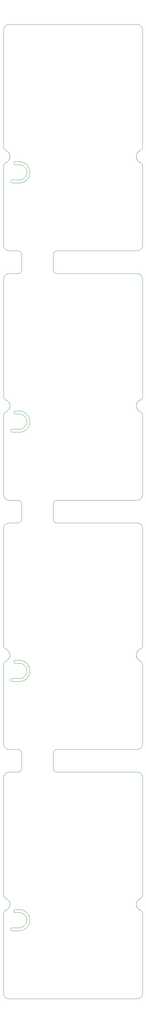
<source format=gko>
%MOIN*%
%OFA0B0*%
%FSLAX44Y44*%
%IPPOS*%
%LPD*%
%ADD10C,0*%
D10*
X00000905Y00085042D02*
X00000905Y00085042D01*
X00000870Y00085046D01*
X00000837Y00085058D01*
X00000807Y00085076D01*
X00000782Y00085101D01*
X00000763Y00085131D01*
X00000751Y00085164D01*
X00000748Y00085199D01*
X00000751Y00085235D01*
X00000763Y00085268D01*
X00000782Y00085298D01*
X00000807Y00085323D01*
X00000837Y00085341D01*
X00000870Y00085353D01*
X00000905Y00085357D01*
X00000905Y00085357D01*
X00001653Y00085357D01*
X00001828Y00085377D01*
X00001995Y00085435D01*
X00002144Y00085529D01*
X00002269Y00085653D01*
X00002362Y00085803D01*
X00002421Y00085969D01*
X00002440Y00086144D01*
X00002421Y00086320D01*
X00002362Y00086486D01*
X00002269Y00086635D01*
X00002144Y00086760D01*
X00001995Y00086854D01*
X00001828Y00086912D01*
X00001653Y00086932D01*
X00001220Y00086932D01*
X00001185Y00086936D01*
X00001152Y00086947D01*
X00001122Y00086966D01*
X00001097Y00086991D01*
X00001078Y00087021D01*
X00001066Y00087054D01*
X00001062Y00087089D01*
X00001066Y00087124D01*
X00001078Y00087158D01*
X00001097Y00087187D01*
X00001122Y00087212D01*
X00001152Y00087231D01*
X00001185Y00087243D01*
X00001220Y00087247D01*
X00001653Y00087247D01*
X00001817Y00087234D01*
X00001978Y00087198D01*
X00002131Y00087138D01*
X00002274Y00087055D01*
X00002403Y00086952D01*
X00002515Y00086832D01*
X00002608Y00086696D01*
X00002679Y00086547D01*
X00002728Y00086390D01*
X00002752Y00086227D01*
X00002752Y00086062D01*
X00002728Y00085899D01*
X00002679Y00085742D01*
X00002608Y00085593D01*
X00002515Y00085457D01*
X00002403Y00085336D01*
X00002274Y00085234D01*
X00002131Y00085151D01*
X00001978Y00085091D01*
X00001817Y00085054D01*
X00001653Y00085042D01*
X00000905Y00085042D01*
X00000905Y00059058D02*
X00000905Y00059058D01*
X00000870Y00059062D01*
X00000837Y00059073D01*
X00000807Y00059092D01*
X00000782Y00059117D01*
X00000763Y00059147D01*
X00000751Y00059180D01*
X00000748Y00059215D01*
X00000751Y00059250D01*
X00000763Y00059284D01*
X00000782Y00059313D01*
X00000807Y00059338D01*
X00000837Y00059357D01*
X00000870Y00059369D01*
X00000905Y00059373D01*
X00000905Y00059373D01*
X00001653Y00059373D01*
X00001828Y00059392D01*
X00001995Y00059451D01*
X00002144Y00059545D01*
X00002269Y00059669D01*
X00002362Y00059818D01*
X00002421Y00059985D01*
X00002440Y00060160D01*
X00002421Y00060335D01*
X00002362Y00060502D01*
X00002269Y00060651D01*
X00002144Y00060776D01*
X00001995Y00060870D01*
X00001828Y00060928D01*
X00001653Y00060948D01*
X00001220Y00060948D01*
X00001185Y00060951D01*
X00001152Y00060963D01*
X00001122Y00060982D01*
X00001097Y00061007D01*
X00001078Y00061037D01*
X00001066Y00061070D01*
X00001062Y00061105D01*
X00001066Y00061140D01*
X00001078Y00061173D01*
X00001097Y00061203D01*
X00001122Y00061228D01*
X00001152Y00061247D01*
X00001185Y00061259D01*
X00001220Y00061262D01*
X00001653Y00061262D01*
X00001817Y00061250D01*
X00001978Y00061214D01*
X00002131Y00061153D01*
X00002274Y00061071D01*
X00002403Y00060968D01*
X00002515Y00060847D01*
X00002608Y00060711D01*
X00002679Y00060563D01*
X00002728Y00060405D01*
X00002752Y00060242D01*
X00002752Y00060078D01*
X00002728Y00059915D01*
X00002679Y00059757D01*
X00002608Y00059609D01*
X00002515Y00059473D01*
X00002403Y00059352D01*
X00002274Y00059249D01*
X00002131Y00059167D01*
X00001978Y00059107D01*
X00001817Y00059070D01*
X00001653Y00059058D01*
X00000905Y00059058D01*
X00000905Y00033074D02*
X00000905Y00033074D01*
X00000870Y00033077D01*
X00000837Y00033089D01*
X00000807Y00033108D01*
X00000782Y00033133D01*
X00000763Y00033163D01*
X00000751Y00033196D01*
X00000748Y00033231D01*
X00000751Y00033266D01*
X00000763Y00033299D01*
X00000782Y00033329D01*
X00000807Y00033354D01*
X00000837Y00033373D01*
X00000870Y00033385D01*
X00000905Y00033388D01*
X00000905Y00033388D01*
X00001653Y00033388D01*
X00001828Y00033408D01*
X00001995Y00033466D01*
X00002144Y00033560D01*
X00002269Y00033685D01*
X00002362Y00033834D01*
X00002421Y00034001D01*
X00002440Y00034176D01*
X00002421Y00034351D01*
X00002362Y00034518D01*
X00002269Y00034667D01*
X00002144Y00034791D01*
X00001995Y00034885D01*
X00001828Y00034944D01*
X00001653Y00034963D01*
X00001220Y00034963D01*
X00001185Y00034967D01*
X00001152Y00034979D01*
X00001122Y00034998D01*
X00001097Y00035023D01*
X00001078Y00035052D01*
X00001066Y00035086D01*
X00001062Y00035121D01*
X00001066Y00035156D01*
X00001078Y00035189D01*
X00001097Y00035219D01*
X00001122Y00035244D01*
X00001152Y00035263D01*
X00001185Y00035274D01*
X00001220Y00035278D01*
X00001653Y00035278D01*
X00001817Y00035266D01*
X00001978Y00035229D01*
X00002131Y00035169D01*
X00002274Y00035087D01*
X00002403Y00034984D01*
X00002515Y00034863D01*
X00002608Y00034727D01*
X00002679Y00034579D01*
X00002728Y00034421D01*
X00002752Y00034258D01*
X00002752Y00034093D01*
X00002728Y00033931D01*
X00002679Y00033773D01*
X00002608Y00033625D01*
X00002515Y00033489D01*
X00002403Y00033368D01*
X00002274Y00033265D01*
X00002131Y00033183D01*
X00001978Y00033122D01*
X00001817Y00033086D01*
X00001653Y00033074D01*
X00000905Y00033074D01*
X00000905Y00007089D02*
X00000905Y00007089D01*
X00000870Y00007093D01*
X00000837Y00007105D01*
X00000807Y00007124D01*
X00000782Y00007149D01*
X00000763Y00007178D01*
X00000751Y00007212D01*
X00000748Y00007247D01*
X00000751Y00007282D01*
X00000763Y00007315D01*
X00000782Y00007345D01*
X00000807Y00007370D01*
X00000837Y00007389D01*
X00000870Y00007400D01*
X00000905Y00007404D01*
X00000905Y00007404D01*
X00001653Y00007404D01*
X00001828Y00007424D01*
X00001995Y00007482D01*
X00002144Y00007576D01*
X00002269Y00007701D01*
X00002362Y00007850D01*
X00002421Y00008016D01*
X00002440Y00008192D01*
X00002421Y00008367D01*
X00002362Y00008533D01*
X00002269Y00008683D01*
X00002144Y00008807D01*
X00001995Y00008901D01*
X00001828Y00008959D01*
X00001653Y00008979D01*
X00001220Y00008979D01*
X00001185Y00008983D01*
X00001152Y00008995D01*
X00001122Y00009013D01*
X00001097Y00009038D01*
X00001078Y00009068D01*
X00001066Y00009101D01*
X00001062Y00009137D01*
X00001066Y00009172D01*
X00001078Y00009205D01*
X00001097Y00009235D01*
X00001122Y00009260D01*
X00001152Y00009278D01*
X00001185Y00009290D01*
X00001220Y00009294D01*
X00001653Y00009294D01*
X00001817Y00009282D01*
X00001978Y00009245D01*
X00002131Y00009185D01*
X00002274Y00009102D01*
X00002403Y00009000D01*
X00002515Y00008879D01*
X00002608Y00008743D01*
X00002679Y00008594D01*
X00002728Y00008437D01*
X00002752Y00008274D01*
X00002752Y00008109D01*
X00002728Y00007946D01*
X00002679Y00007789D01*
X00002608Y00007640D01*
X00002515Y00007504D01*
X00002403Y00007384D01*
X00002274Y00007281D01*
X00002131Y00007198D01*
X00001978Y00007138D01*
X00001817Y00007102D01*
X00001653Y00007089D01*
X00000905Y00007089D01*
X00000590Y00000000D02*
X00000590Y00000000D01*
X00013976Y00000000D01*
X00014068Y00000007D01*
X00014158Y00000028D01*
X00014244Y00000064D01*
X00014323Y00000112D01*
X00014393Y00000172D01*
X00014454Y00000243D01*
X00014502Y00000322D01*
X00014538Y00000408D01*
X00014559Y00000498D01*
X00014566Y00000590D01*
X00014566Y00008861D01*
X00014564Y00008901D01*
X00014555Y00008948D01*
X00014542Y00008992D01*
X00014523Y00009035D01*
X00014499Y00009076D01*
X00014470Y00009113D01*
X00014437Y00009146D01*
X00014401Y00009176D01*
X00014361Y00009200D01*
X00014319Y00009220D01*
X00014191Y00009288D01*
X00014080Y00009382D01*
X00013993Y00009497D01*
X00013932Y00009628D01*
X00013901Y00009770D01*
X00013901Y00009914D01*
X00013932Y00010056D01*
X00013993Y00010187D01*
X00014080Y00010302D01*
X00014191Y00010396D01*
X00014319Y00010464D01*
X00014361Y00010484D01*
X00014401Y00010508D01*
X00014437Y00010538D01*
X00014470Y00010571D01*
X00014499Y00010609D01*
X00014523Y00010649D01*
X00014542Y00010692D01*
X00014555Y00010736D01*
X00014564Y00010783D01*
X00014566Y00010829D01*
X00014566Y00023031D01*
X00014559Y00023123D01*
X00014538Y00023213D01*
X00014502Y00023299D01*
X00014454Y00023378D01*
X00014393Y00023449D01*
X00014323Y00023509D01*
X00014244Y00023557D01*
X00014158Y00023593D01*
X00014068Y00023614D01*
X00013976Y00023622D01*
X00005589Y00023622D01*
X00005558Y00023623D01*
X00005527Y00023626D01*
X00005497Y00023632D01*
X00005467Y00023641D01*
X00005438Y00023652D01*
X00005410Y00023664D01*
X00005383Y00023680D01*
X00005357Y00023697D01*
X00005333Y00023716D01*
X00005310Y00023737D01*
X00005289Y00023760D01*
X00005270Y00023784D01*
X00005253Y00023810D01*
X00005238Y00023837D01*
X00005225Y00023865D01*
X00005214Y00023894D01*
X00005206Y00023923D01*
X00005200Y00023954D01*
X00005196Y00023984D01*
X00005195Y00024015D01*
X00005195Y00025590D01*
X00005196Y00025621D01*
X00005200Y00025652D01*
X00005206Y00025682D01*
X00005214Y00025712D01*
X00005225Y00025741D01*
X00005238Y00025769D01*
X00005253Y00025796D01*
X00005270Y00025821D01*
X00005289Y00025846D01*
X00005310Y00025868D01*
X00005333Y00025889D01*
X00005357Y00025909D01*
X00005383Y00025926D01*
X00005410Y00025941D01*
X00005438Y00025954D01*
X00005467Y00025964D01*
X00005497Y00025973D01*
X00005527Y00025979D01*
X00005558Y00025983D01*
X00005589Y00025984D01*
X00013976Y00025984D01*
X00014068Y00025991D01*
X00014158Y00026013D01*
X00014244Y00026048D01*
X00014323Y00026097D01*
X00014393Y00026157D01*
X00014454Y00026227D01*
X00014502Y00026306D01*
X00014538Y00026392D01*
X00014559Y00026482D01*
X00014566Y00026574D01*
X00014566Y00034845D01*
X00014564Y00034886D01*
X00014555Y00034932D01*
X00014542Y00034977D01*
X00014523Y00035019D01*
X00014499Y00035060D01*
X00014470Y00035097D01*
X00014437Y00035130D01*
X00014401Y00035160D01*
X00014361Y00035185D01*
X00014319Y00035205D01*
X00014191Y00035272D01*
X00014080Y00035366D01*
X00013993Y00035481D01*
X00013932Y00035613D01*
X00013901Y00035754D01*
X00013901Y00035899D01*
X00013932Y00036040D01*
X00013993Y00036171D01*
X00014080Y00036286D01*
X00014191Y00036380D01*
X00014319Y00036448D01*
X00014361Y00036468D01*
X00014401Y00036493D01*
X00014437Y00036522D01*
X00014470Y00036556D01*
X00014499Y00036593D01*
X00014523Y00036633D01*
X00014542Y00036676D01*
X00014555Y00036721D01*
X00014564Y00036767D01*
X00014566Y00036814D01*
X00014566Y00049015D01*
X00014559Y00049108D01*
X00014538Y00049198D01*
X00014502Y00049283D01*
X00014454Y00049362D01*
X00014393Y00049433D01*
X00014323Y00049493D01*
X00014244Y00049541D01*
X00014158Y00049577D01*
X00014068Y00049599D01*
X00013976Y00049606D01*
X00005589Y00049606D01*
X00005558Y00049607D01*
X00005527Y00049611D01*
X00005497Y00049617D01*
X00005467Y00049625D01*
X00005438Y00049636D01*
X00005410Y00049649D01*
X00005383Y00049664D01*
X00005357Y00049681D01*
X00005333Y00049700D01*
X00005310Y00049721D01*
X00005289Y00049744D01*
X00005270Y00049768D01*
X00005253Y00049794D01*
X00005238Y00049821D01*
X00005225Y00049849D01*
X00005214Y00049878D01*
X00005206Y00049908D01*
X00005200Y00049938D01*
X00005196Y00049969D01*
X00005195Y00049999D01*
X00005195Y00051574D01*
X00005196Y00051605D01*
X00005200Y00051636D01*
X00005206Y00051666D01*
X00005214Y00051696D01*
X00005225Y00051725D01*
X00005238Y00051753D01*
X00005253Y00051780D01*
X00005270Y00051806D01*
X00005289Y00051830D01*
X00005310Y00051853D01*
X00005333Y00051874D01*
X00005357Y00051893D01*
X00005383Y00051910D01*
X00005410Y00051925D01*
X00005438Y00051938D01*
X00005467Y00051949D01*
X00005497Y00051957D01*
X00005527Y00051963D01*
X00005558Y00051967D01*
X00005589Y00051968D01*
X00013976Y00051968D01*
X00014068Y00051975D01*
X00014158Y00051997D01*
X00014244Y00052032D01*
X00014323Y00052081D01*
X00014393Y00052141D01*
X00014454Y00052211D01*
X00014502Y00052290D01*
X00014538Y00052376D01*
X00014559Y00052466D01*
X00014566Y00052559D01*
X00014566Y00060829D01*
X00014564Y00060870D01*
X00014555Y00060916D01*
X00014542Y00060961D01*
X00014523Y00061004D01*
X00014499Y00061044D01*
X00014470Y00061081D01*
X00014437Y00061115D01*
X00014401Y00061144D01*
X00014361Y00061169D01*
X00014319Y00061189D01*
X00014191Y00061257D01*
X00014080Y00061350D01*
X00013993Y00061466D01*
X00013932Y00061597D01*
X00013901Y00061738D01*
X00013901Y00061883D01*
X00013932Y00062024D01*
X00013993Y00062156D01*
X00014080Y00062271D01*
X00014191Y00062364D01*
X00014319Y00062432D01*
X00014361Y00062452D01*
X00014401Y00062477D01*
X00014437Y00062506D01*
X00014470Y00062540D01*
X00014499Y00062577D01*
X00014523Y00062617D01*
X00014542Y00062660D01*
X00014555Y00062705D01*
X00014564Y00062751D01*
X00014566Y00062798D01*
X00014566Y00074999D01*
X00014559Y00075092D01*
X00014538Y00075182D01*
X00014502Y00075268D01*
X00014454Y00075347D01*
X00014393Y00075417D01*
X00014323Y00075477D01*
X00014244Y00075526D01*
X00014158Y00075561D01*
X00014068Y00075583D01*
X00013976Y00075590D01*
X00005589Y00075590D01*
X00005558Y00075591D01*
X00005527Y00075595D01*
X00005497Y00075601D01*
X00005467Y00075609D01*
X00005438Y00075620D01*
X00005410Y00075633D01*
X00005383Y00075648D01*
X00005357Y00075665D01*
X00005333Y00075684D01*
X00005310Y00075705D01*
X00005289Y00075728D01*
X00005270Y00075752D01*
X00005253Y00075778D01*
X00005238Y00075805D01*
X00005225Y00075833D01*
X00005214Y00075862D01*
X00005206Y00075892D01*
X00005200Y00075922D01*
X00005196Y00075953D01*
X00005195Y00075984D01*
X00005195Y00077559D01*
X00005196Y00077589D01*
X00005200Y00077620D01*
X00005206Y00077650D01*
X00005214Y00077680D01*
X00005225Y00077709D01*
X00005238Y00077737D01*
X00005253Y00077764D01*
X00005270Y00077790D01*
X00005289Y00077814D01*
X00005310Y00077837D01*
X00005333Y00077858D01*
X00005357Y00077877D01*
X00005383Y00077894D01*
X00005410Y00077909D01*
X00005438Y00077922D01*
X00005467Y00077933D01*
X00005497Y00077941D01*
X00005527Y00077947D01*
X00005558Y00077951D01*
X00005589Y00077952D01*
X00013976Y00077952D01*
X00014068Y00077960D01*
X00014158Y00077981D01*
X00014244Y00078017D01*
X00014323Y00078065D01*
X00014393Y00078125D01*
X00014454Y00078196D01*
X00014502Y00078275D01*
X00014538Y00078360D01*
X00014559Y00078450D01*
X00014566Y00078543D01*
X00014566Y00086814D01*
X00014564Y00086854D01*
X00014555Y00086900D01*
X00014542Y00086945D01*
X00014523Y00086988D01*
X00014499Y00087028D01*
X00014470Y00087065D01*
X00014437Y00087099D01*
X00014401Y00087128D01*
X00014361Y00087153D01*
X00014319Y00087173D01*
X00014191Y00087241D01*
X00014080Y00087335D01*
X00013993Y00087450D01*
X00013932Y00087581D01*
X00013901Y00087722D01*
X00013901Y00087867D01*
X00013932Y00088008D01*
X00013993Y00088140D01*
X00014080Y00088255D01*
X00014191Y00088349D01*
X00014319Y00088416D01*
X00014361Y00088436D01*
X00014401Y00088461D01*
X00014437Y00088491D01*
X00014470Y00088524D01*
X00014499Y00088561D01*
X00014523Y00088602D01*
X00014542Y00088644D01*
X00014555Y00088689D01*
X00014564Y00088735D01*
X00014566Y00088782D01*
X00014566Y00100984D01*
X00014559Y00101076D01*
X00014538Y00101166D01*
X00014502Y00101252D01*
X00014454Y00101331D01*
X00014393Y00101401D01*
X00014323Y00101462D01*
X00014244Y00101510D01*
X00014158Y00101545D01*
X00014068Y00101567D01*
X00013976Y00101574D01*
X00000590Y00101574D01*
X00000498Y00101567D01*
X00000408Y00101545D01*
X00000322Y00101510D01*
X00000243Y00101462D01*
X00000172Y00101401D01*
X00000112Y00101331D01*
X00000064Y00101252D01*
X00000028Y00101166D01*
X00000007Y00101076D01*
X00000000Y00100984D01*
X00000000Y00088782D01*
X00000002Y00088735D01*
X00000011Y00088689D01*
X00000024Y00088644D01*
X00000043Y00088602D01*
X00000067Y00088561D01*
X00000096Y00088524D01*
X00000129Y00088491D01*
X00000165Y00088461D01*
X00000205Y00088436D01*
X00000247Y00088416D01*
X00000375Y00088349D01*
X00000485Y00088255D01*
X00000573Y00088140D01*
X00000634Y00088008D01*
X00000665Y00087867D01*
X00000665Y00087722D01*
X00000634Y00087581D01*
X00000573Y00087450D01*
X00000485Y00087335D01*
X00000375Y00087241D01*
X00000247Y00087173D01*
X00000205Y00087153D01*
X00000165Y00087128D01*
X00000129Y00087099D01*
X00000096Y00087065D01*
X00000067Y00087028D01*
X00000043Y00086988D01*
X00000024Y00086945D01*
X00000011Y00086900D01*
X00000002Y00086854D01*
X00000000Y00086807D01*
X00000000Y00078543D01*
X00000007Y00078450D01*
X00000028Y00078360D01*
X00000064Y00078275D01*
X00000112Y00078196D01*
X00000172Y00078125D01*
X00000243Y00078065D01*
X00000322Y00078017D01*
X00000408Y00077981D01*
X00000498Y00077960D01*
X00000590Y00077952D01*
X00001497Y00077952D01*
X00001528Y00077951D01*
X00001559Y00077947D01*
X00001589Y00077941D01*
X00001619Y00077933D01*
X00001648Y00077922D01*
X00001676Y00077909D01*
X00001703Y00077894D01*
X00001728Y00077877D01*
X00001753Y00077858D01*
X00001775Y00077837D01*
X00001796Y00077814D01*
X00001816Y00077790D01*
X00001833Y00077764D01*
X00001848Y00077737D01*
X00001861Y00077709D01*
X00001872Y00077680D01*
X00001880Y00077650D01*
X00001886Y00077620D01*
X00001890Y00077589D01*
X00001891Y00077559D01*
X00001891Y00075984D01*
X00001890Y00075953D01*
X00001886Y00075922D01*
X00001880Y00075892D01*
X00001872Y00075862D01*
X00001861Y00075833D01*
X00001848Y00075805D01*
X00001833Y00075778D01*
X00001816Y00075752D01*
X00001796Y00075728D01*
X00001775Y00075705D01*
X00001753Y00075684D01*
X00001728Y00075665D01*
X00001703Y00075648D01*
X00001676Y00075633D01*
X00001648Y00075620D01*
X00001619Y00075609D01*
X00001589Y00075601D01*
X00001559Y00075595D01*
X00001528Y00075591D01*
X00001497Y00075590D01*
X00000590Y00075590D01*
X00000498Y00075583D01*
X00000408Y00075561D01*
X00000322Y00075526D01*
X00000243Y00075477D01*
X00000172Y00075417D01*
X00000112Y00075347D01*
X00000064Y00075268D01*
X00000028Y00075182D01*
X00000007Y00075092D01*
X00000000Y00074999D01*
X00000000Y00062798D01*
X00000002Y00062751D01*
X00000011Y00062705D01*
X00000024Y00062660D01*
X00000043Y00062617D01*
X00000067Y00062577D01*
X00000096Y00062540D01*
X00000129Y00062506D01*
X00000165Y00062477D01*
X00000205Y00062452D01*
X00000247Y00062432D01*
X00000375Y00062364D01*
X00000485Y00062271D01*
X00000573Y00062156D01*
X00000634Y00062024D01*
X00000665Y00061883D01*
X00000665Y00061738D01*
X00000634Y00061597D01*
X00000573Y00061466D01*
X00000485Y00061350D01*
X00000375Y00061257D01*
X00000247Y00061189D01*
X00000205Y00061169D01*
X00000165Y00061144D01*
X00000129Y00061115D01*
X00000096Y00061081D01*
X00000067Y00061044D01*
X00000043Y00061004D01*
X00000024Y00060961D01*
X00000011Y00060916D01*
X00000002Y00060870D01*
X00000000Y00060823D01*
X00000000Y00052559D01*
X00000007Y00052466D01*
X00000028Y00052376D01*
X00000064Y00052290D01*
X00000112Y00052211D01*
X00000172Y00052141D01*
X00000243Y00052081D01*
X00000322Y00052032D01*
X00000408Y00051997D01*
X00000498Y00051975D01*
X00000590Y00051968D01*
X00001497Y00051968D01*
X00001528Y00051967D01*
X00001559Y00051963D01*
X00001589Y00051957D01*
X00001619Y00051949D01*
X00001648Y00051938D01*
X00001676Y00051925D01*
X00001703Y00051910D01*
X00001728Y00051893D01*
X00001753Y00051874D01*
X00001775Y00051853D01*
X00001796Y00051830D01*
X00001816Y00051806D01*
X00001833Y00051780D01*
X00001848Y00051753D01*
X00001861Y00051725D01*
X00001872Y00051696D01*
X00001880Y00051666D01*
X00001886Y00051636D01*
X00001890Y00051605D01*
X00001891Y00051574D01*
X00001891Y00049999D01*
X00001890Y00049969D01*
X00001886Y00049938D01*
X00001880Y00049908D01*
X00001872Y00049878D01*
X00001861Y00049849D01*
X00001848Y00049821D01*
X00001833Y00049794D01*
X00001816Y00049768D01*
X00001796Y00049744D01*
X00001775Y00049721D01*
X00001753Y00049700D01*
X00001728Y00049681D01*
X00001703Y00049664D01*
X00001676Y00049649D01*
X00001648Y00049636D01*
X00001619Y00049625D01*
X00001589Y00049617D01*
X00001559Y00049611D01*
X00001528Y00049607D01*
X00001497Y00049606D01*
X00000590Y00049606D01*
X00000498Y00049599D01*
X00000408Y00049577D01*
X00000322Y00049541D01*
X00000243Y00049493D01*
X00000172Y00049433D01*
X00000112Y00049362D01*
X00000064Y00049283D01*
X00000028Y00049198D01*
X00000007Y00049108D01*
X00000000Y00049015D01*
X00000000Y00036814D01*
X00000002Y00036767D01*
X00000011Y00036721D01*
X00000024Y00036676D01*
X00000043Y00036633D01*
X00000067Y00036593D01*
X00000096Y00036556D01*
X00000129Y00036522D01*
X00000165Y00036493D01*
X00000205Y00036468D01*
X00000247Y00036448D01*
X00000375Y00036380D01*
X00000485Y00036286D01*
X00000573Y00036171D01*
X00000634Y00036040D01*
X00000665Y00035899D01*
X00000665Y00035754D01*
X00000634Y00035613D01*
X00000573Y00035481D01*
X00000485Y00035366D01*
X00000375Y00035272D01*
X00000247Y00035205D01*
X00000205Y00035185D01*
X00000165Y00035160D01*
X00000129Y00035130D01*
X00000096Y00035097D01*
X00000067Y00035060D01*
X00000043Y00035019D01*
X00000024Y00034977D01*
X00000011Y00034932D01*
X00000002Y00034886D01*
X00000000Y00034839D01*
X00000000Y00026574D01*
X00000007Y00026482D01*
X00000028Y00026392D01*
X00000064Y00026306D01*
X00000112Y00026227D01*
X00000172Y00026157D01*
X00000243Y00026097D01*
X00000322Y00026048D01*
X00000408Y00026013D01*
X00000498Y00025991D01*
X00000590Y00025984D01*
X00001497Y00025984D01*
X00001528Y00025983D01*
X00001559Y00025979D01*
X00001589Y00025973D01*
X00001619Y00025964D01*
X00001648Y00025954D01*
X00001676Y00025941D01*
X00001703Y00025926D01*
X00001728Y00025909D01*
X00001753Y00025889D01*
X00001775Y00025868D01*
X00001796Y00025846D01*
X00001816Y00025821D01*
X00001833Y00025796D01*
X00001848Y00025769D01*
X00001861Y00025741D01*
X00001872Y00025712D01*
X00001880Y00025682D01*
X00001886Y00025652D01*
X00001890Y00025621D01*
X00001891Y00025590D01*
X00001891Y00024015D01*
X00001890Y00023984D01*
X00001886Y00023954D01*
X00001880Y00023923D01*
X00001872Y00023894D01*
X00001861Y00023865D01*
X00001848Y00023837D01*
X00001833Y00023810D01*
X00001816Y00023784D01*
X00001796Y00023760D01*
X00001775Y00023737D01*
X00001753Y00023716D01*
X00001728Y00023697D01*
X00001703Y00023680D01*
X00001676Y00023664D01*
X00001648Y00023652D01*
X00001619Y00023641D01*
X00001589Y00023632D01*
X00001559Y00023626D01*
X00001528Y00023623D01*
X00001497Y00023622D01*
X00000590Y00023622D01*
X00000498Y00023614D01*
X00000408Y00023593D01*
X00000322Y00023557D01*
X00000243Y00023509D01*
X00000172Y00023449D01*
X00000112Y00023378D01*
X00000064Y00023299D01*
X00000028Y00023213D01*
X00000007Y00023123D01*
X00000000Y00023031D01*
X00000000Y00010829D01*
X00000002Y00010783D01*
X00000011Y00010736D01*
X00000024Y00010692D01*
X00000043Y00010649D01*
X00000067Y00010609D01*
X00000096Y00010571D01*
X00000129Y00010538D01*
X00000165Y00010508D01*
X00000205Y00010484D01*
X00000247Y00010464D01*
X00000375Y00010396D01*
X00000485Y00010302D01*
X00000573Y00010187D01*
X00000634Y00010056D01*
X00000665Y00009914D01*
X00000665Y00009770D01*
X00000634Y00009628D01*
X00000573Y00009497D01*
X00000485Y00009382D01*
X00000375Y00009288D01*
X00000247Y00009220D01*
X00000205Y00009200D01*
X00000165Y00009176D01*
X00000129Y00009146D01*
X00000096Y00009113D01*
X00000067Y00009076D01*
X00000043Y00009035D01*
X00000024Y00008992D01*
X00000011Y00008948D01*
X00000002Y00008901D01*
X00000000Y00008855D01*
X00000000Y00000590D01*
X00000007Y00000498D01*
X00000028Y00000408D01*
X00000064Y00000322D01*
X00000112Y00000243D01*
X00000172Y00000172D01*
X00000243Y00000112D01*
X00000322Y00000064D01*
X00000408Y00000028D01*
X00000498Y00000007D01*
X00000590Y00000000D01*
M02*
</source>
